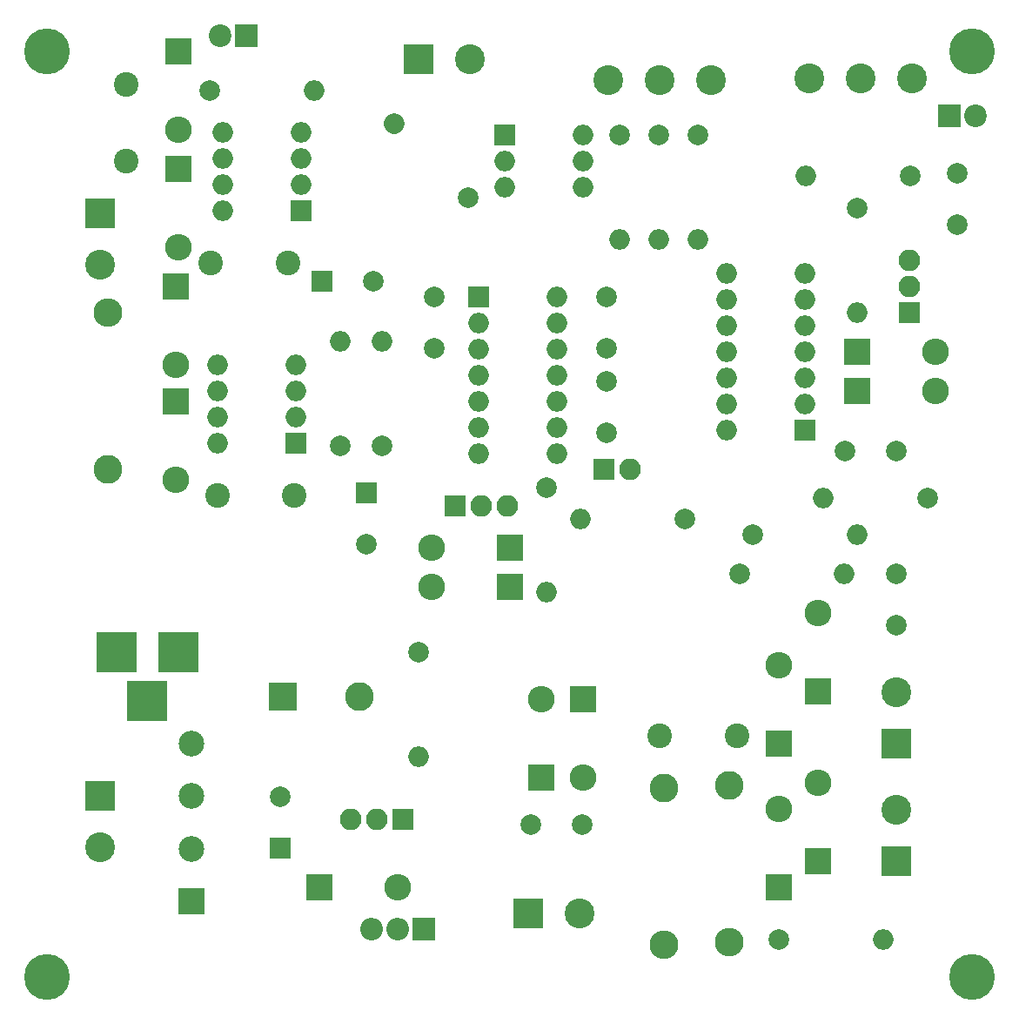
<source format=gbr>
G04 #@! TF.FileFunction,Soldermask,Top*
%FSLAX46Y46*%
G04 Gerber Fmt 4.6, Leading zero omitted, Abs format (unit mm)*
G04 Created by KiCad (PCBNEW 4.0.7) date 04/02/19 10:32:40*
%MOMM*%
%LPD*%
G01*
G04 APERTURE LIST*
%ADD10C,0.100000*%
%ADD11C,2.000000*%
%ADD12O,2.000000X2.000000*%
%ADD13R,2.000000X2.000000*%
%ADD14R,2.900000X2.900000*%
%ADD15C,2.900000*%
%ADD16R,2.800000X2.800000*%
%ADD17C,2.800000*%
%ADD18R,2.600000X2.600000*%
%ADD19O,2.600000X2.600000*%
%ADD20R,2.500000X2.500000*%
%ADD21C,2.500000*%
%ADD22R,3.900000X3.900000*%
%ADD23R,2.100000X2.100000*%
%ADD24O,2.100000X2.100000*%
%ADD25R,2.200000X2.200000*%
%ADD26O,2.200000X2.200000*%
%ADD27C,2.400000*%
%ADD28C,2.200000*%
%ADD29C,2.000000*%
%ADD30C,4.464000*%
%ADD31O,2.800000X2.800000*%
G04 APERTURE END LIST*
D10*
D11*
X135636000Y-93472000D03*
D12*
X125476000Y-93472000D03*
D11*
X82550000Y-88392000D03*
D12*
X82550000Y-78232000D03*
D13*
X94488000Y-58166000D03*
D12*
X102108000Y-63246000D03*
X94488000Y-60706000D03*
X102108000Y-60706000D03*
X94488000Y-63246000D03*
X102108000Y-58166000D03*
D14*
X96774000Y-133858000D03*
D15*
X101774000Y-133858000D03*
D16*
X72898000Y-112776000D03*
D17*
X80398000Y-112776000D03*
D13*
X74676000Y-65532000D03*
D12*
X67056000Y-57912000D03*
X74676000Y-62992000D03*
X67056000Y-60452000D03*
X74676000Y-60452000D03*
X67056000Y-62992000D03*
X74676000Y-57912000D03*
X67056000Y-65532000D03*
D13*
X74168000Y-88138000D03*
D12*
X66548000Y-80518000D03*
X74168000Y-85598000D03*
X66548000Y-83058000D03*
X74168000Y-83058000D03*
X66548000Y-85598000D03*
X74168000Y-80518000D03*
X66548000Y-88138000D03*
D11*
X104394000Y-73914000D03*
X104394000Y-78914000D03*
X132588000Y-100838000D03*
X132588000Y-105838000D03*
D18*
X124968000Y-112268000D03*
D19*
X124968000Y-104648000D03*
D18*
X124968000Y-128778000D03*
D19*
X124968000Y-121158000D03*
D18*
X121158000Y-117348000D03*
D19*
X121158000Y-109728000D03*
D18*
X121158000Y-131318000D03*
D19*
X121158000Y-123698000D03*
D18*
X128778000Y-83058000D03*
D19*
X136398000Y-83058000D03*
D18*
X128778000Y-79248000D03*
D19*
X136398000Y-79248000D03*
D20*
X64008000Y-132648000D03*
D21*
X64008000Y-127548000D03*
X64008000Y-117348000D03*
X64008000Y-122448000D03*
D18*
X62484000Y-84074000D03*
D19*
X62484000Y-91694000D03*
D18*
X62484000Y-72898000D03*
D19*
X62484000Y-80518000D03*
D18*
X62738000Y-61468000D03*
D19*
X62738000Y-69088000D03*
D18*
X62738000Y-50038000D03*
D19*
X62738000Y-57658000D03*
D14*
X132588000Y-117348000D03*
D15*
X132588000Y-112348000D03*
D14*
X55118000Y-122428000D03*
D15*
X55118000Y-127428000D03*
D14*
X55118000Y-65786000D03*
D15*
X55118000Y-70786000D03*
D14*
X132588000Y-128778000D03*
D15*
X132588000Y-123778000D03*
X129167900Y-52641500D03*
X134167900Y-52641500D03*
X124167900Y-52641500D03*
X109609900Y-52806600D03*
X114609900Y-52806600D03*
X104609900Y-52806600D03*
D11*
X121158000Y-136398000D03*
D12*
X131318000Y-136398000D03*
D11*
X118618000Y-97028000D03*
D12*
X128778000Y-97028000D03*
D11*
X117348000Y-100838000D03*
D12*
X127508000Y-100838000D03*
D11*
X128778000Y-65278000D03*
D12*
X128778000Y-75438000D03*
D11*
X113284000Y-58166000D03*
D12*
X113284000Y-68326000D03*
D11*
X105664000Y-58166000D03*
D12*
X105664000Y-68326000D03*
D22*
X62738000Y-108458000D03*
X56738000Y-108458000D03*
X59738000Y-113158000D03*
D23*
X84582000Y-124714000D03*
D24*
X82042000Y-124714000D03*
X79502000Y-124714000D03*
D13*
X123698000Y-86868000D03*
D12*
X116078000Y-71628000D03*
X123698000Y-84328000D03*
X116078000Y-74168000D03*
X123698000Y-81788000D03*
X116078000Y-76708000D03*
X123698000Y-79248000D03*
X116078000Y-79248000D03*
X123698000Y-76708000D03*
X116078000Y-81788000D03*
X123698000Y-74168000D03*
X116078000Y-84328000D03*
X123698000Y-71628000D03*
X116078000Y-86868000D03*
D25*
X86614000Y-135382000D03*
D26*
X84074000Y-135382000D03*
X81534000Y-135382000D03*
D27*
X57658000Y-60706000D03*
X57658000Y-53206000D03*
D25*
X69342000Y-48514000D03*
D28*
X66802000Y-48514000D03*
D25*
X137744200Y-56324500D03*
D28*
X140284200Y-56324500D03*
D11*
X65786000Y-53848000D03*
D12*
X75946000Y-53848000D03*
D11*
X133997700Y-62141100D03*
D12*
X123837700Y-62141100D03*
D23*
X133858000Y-75438000D03*
D24*
X133858000Y-72898000D03*
X133858000Y-70358000D03*
D14*
X86106000Y-50800000D03*
D15*
X91106000Y-50800000D03*
D11*
X78486000Y-88392000D03*
D12*
X78486000Y-78232000D03*
D11*
X86106000Y-108458000D03*
D12*
X86106000Y-118618000D03*
D13*
X72644000Y-127508000D03*
D11*
X72644000Y-122508000D03*
D13*
X81026000Y-92964000D03*
D11*
X81026000Y-97964000D03*
D13*
X76708000Y-72390000D03*
D11*
X81708000Y-72390000D03*
X97028000Y-125222000D03*
X102028000Y-125222000D03*
D18*
X102108000Y-113030000D03*
D19*
X102108000Y-120650000D03*
D18*
X98044000Y-120650000D03*
D19*
X98044000Y-113030000D03*
D23*
X89662000Y-94234000D03*
D24*
X92202000Y-94234000D03*
X94742000Y-94234000D03*
D11*
X90932000Y-64262000D03*
D29*
X83747795Y-57077795D02*
X83747795Y-57077795D01*
D11*
X98552000Y-92456000D03*
D12*
X98552000Y-102616000D03*
D13*
X91948000Y-73914000D03*
D12*
X99568000Y-89154000D03*
X91948000Y-76454000D03*
X99568000Y-86614000D03*
X91948000Y-78994000D03*
X99568000Y-84074000D03*
X91948000Y-81534000D03*
X99568000Y-81534000D03*
X91948000Y-84074000D03*
X99568000Y-78994000D03*
X91948000Y-86614000D03*
X99568000Y-76454000D03*
X91948000Y-89154000D03*
X99568000Y-73914000D03*
D11*
X138569700Y-66903600D03*
X138569700Y-61903600D03*
X87630000Y-73914000D03*
X87630000Y-78914000D03*
D18*
X94996000Y-102108000D03*
D19*
X87376000Y-102108000D03*
D18*
X94996000Y-98298000D03*
D19*
X87376000Y-98298000D03*
D11*
X104394000Y-87122000D03*
X104394000Y-82122000D03*
D30*
X50000000Y-50000000D03*
X50000000Y-140000000D03*
X140000000Y-50000000D03*
X140000000Y-140000000D03*
D11*
X132588000Y-88900000D03*
X127588000Y-88900000D03*
D18*
X76454000Y-131318000D03*
D19*
X84074000Y-131318000D03*
D23*
X104140000Y-90678000D03*
D24*
X106680000Y-90678000D03*
D11*
X109474000Y-58166000D03*
D12*
X109474000Y-68326000D03*
D27*
X66548000Y-93218000D03*
X74048000Y-93218000D03*
X73406000Y-70612000D03*
X65906000Y-70612000D03*
D17*
X55880000Y-90678000D03*
D31*
X55880000Y-75438000D03*
D17*
X109982000Y-121666000D03*
D31*
X109982000Y-136906000D03*
D17*
X116332000Y-121412000D03*
D31*
X116332000Y-136652000D03*
D27*
X117094000Y-116586000D03*
X109594000Y-116586000D03*
D11*
X112014000Y-95504000D03*
D12*
X101854000Y-95504000D03*
M02*

</source>
